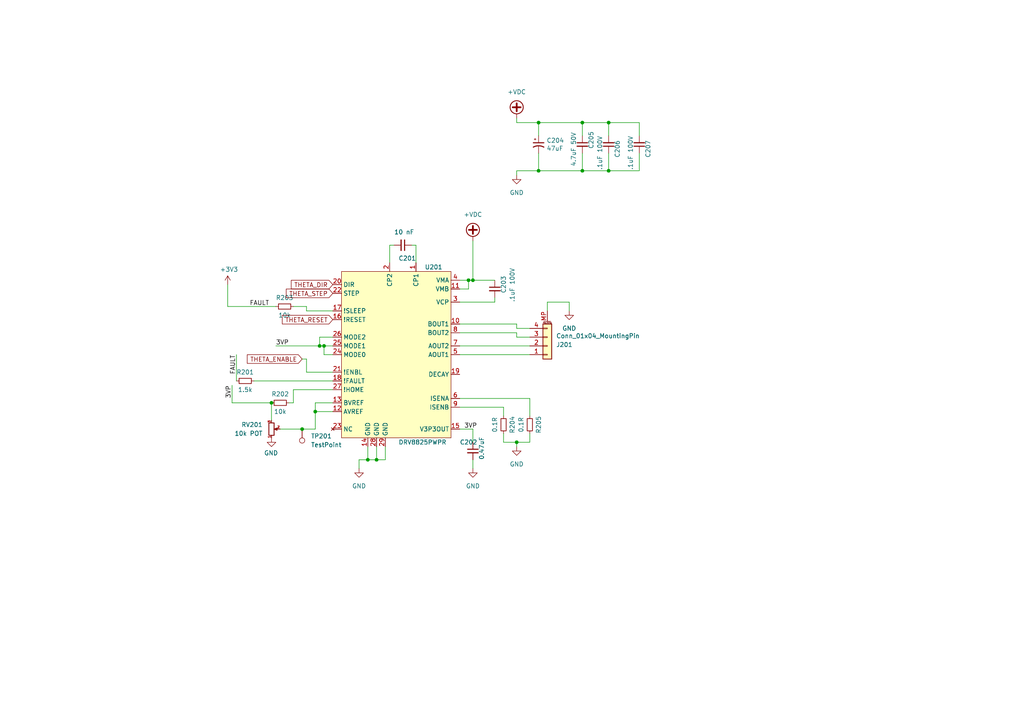
<source format=kicad_sch>
(kicad_sch (version 20250114) (generator "eeschema") (generator_version "9.0")
  (paper "A4")
  (lib_symbols
    (symbol "Connector:TestPoint" (pin_numbers (hide yes)) (pin_names (offset 0.762) (hide yes))
      (property "Reference" "TP" (at 0 6.858 0))
      (property "Value" "TestPoint" (at 0 5.08 0))
      (symbol "TestPoint_0_1"
        (circle (center 0 3.302) (radius 0.762))
      )
      (symbol "TestPoint_1_1"
        (pin passive line (at 0 0 90) (length 2.54) (name "1") (number "1"))
      )
    )
    (symbol "Connector_Generic_MountingPin:Conn_01x04_MountingPin" (pin_names (offset 1.016) (hide yes))
      (property "Reference" "J" (at 0 5.08 0))
      (property "Value" "Conn_01x04_MountingPin" (at 1.27 -7.62 0))
      (symbol "Conn_01x04_MountingPin_1_1"
        (rectangle (start -1.27 3.81) (end 1.27 -6.35) (stroke (width 0.254)) (fill (type background)))
        (rectangle (start -1.27 2.667) (end 0 2.413) (stroke (width 0.1524)))
        (rectangle (start -1.27 0.127) (end 0 -0.127) (stroke (width 0.1524)))
        (rectangle (start -1.27 -2.413) (end 0 -2.667) (stroke (width 0.1524)))
        (rectangle (start -1.27 -4.953) (end 0 -5.207) (stroke (width 0.1524)))
        (polyline (pts (xy -1.016 -7.112) (xy 1.016 -7.112)) (stroke (width 0.1524)))
        (text "Mounting" (at 0 -6.731 0) (effects (font (size 0.381 0.381))))
        (pin passive line (at -5.08 2.54 0) (length 3.81) (name "Pin_1") (number "1"))
        (pin passive line (at -5.08 0 0) (length 3.81) (name "Pin_2") (number "2"))
        (pin passive line (at -5.08 -2.54 0) (length 3.81) (name "Pin_3") (number "3"))
        (pin passive line (at -5.08 -5.08 0) (length 3.81) (name "Pin_4") (number "4"))
        (pin passive line (at 0 -10.16 90) (length 3.048) (name "MountPin") (number "MP"))
      )
    )
    (symbol "Device:CP1_Small" (pin_numbers (hide yes)) (pin_names (offset 0.254) (hide yes))
      (property "Reference" "C" (at 0.254 1.778 0))
      (property "Value" "CP1_Small" (at 0.254 -2.032 0))
      (symbol "CP1_Small_0_1"
        (polyline (pts (xy -1.524 0.508) (xy 1.524 0.508)) (stroke (width 0.3048)))
        (polyline (pts (xy -1.27 1.524) (xy -0.762 1.524)))
        (polyline (pts (xy -1.016 1.27) (xy -1.016 1.778)))
        (arc (start -1.524 -0.762) (mid 0 -0.3734) (end 1.524 -0.762) (stroke (width 0.3048)))
      )
      (symbol "CP1_Small_1_1"
        (pin passive line (at 0 2.54 270) (length 2.032) (name "~") (number "1"))
        (pin passive line (at 0 -2.54 90) (length 2.032) (name "~") (number "2"))
      )
    )
    (symbol "Device:C_Small" (pin_numbers (hide yes)) (pin_names (offset 0.254) (hide yes))
      (property "Reference" "C" (at 0.254 1.778 0))
      (property "Value" "C_Small" (at 0.254 -2.032 0))
      (symbol "C_Small_0_1"
        (polyline (pts (xy -1.524 0.508) (xy 1.524 0.508)) (stroke (width 0.3048)))
        (polyline (pts (xy -1.524 -0.508) (xy 1.524 -0.508)) (stroke (width 0.3302)))
      )
      (symbol "C_Small_1_1"
        (pin passive line (at 0 2.54 270) (length 2.032) (name "~") (number "1"))
        (pin passive line (at 0 -2.54 90) (length 2.032) (name "~") (number "2"))
      )
    )
    (symbol "Device:R_POT_Small" (pin_names (offset 1.016) (hide yes))
      (property "Reference" "RV" (at -4.445 0 90))
      (property "Value" "R_POT_Small" (at -2.54 0 90))
      (symbol "R_POT_Small_0_1"
        (rectangle (start 0.762 1.8034) (end -0.762 -1.8034) (stroke (width 0.254)))
        (polyline (pts (xy 0.889 0) (xy 0.635 0) (xy 1.651 0.381) (xy 1.651 -0.381) (xy 0.635 0) (xy 0.889 0)) (fill (type outline)))
      )
      (symbol "R_POT_Small_1_1"
        (pin passive line (at 0 2.54 270) (length 0.635) (name "1") (number "1"))
        (pin passive line (at 0 -2.54 90) (length 0.635) (name "3") (number "3"))
        (pin passive line (at 2.54 0 180) (length 0.9906) (name "2") (number "2"))
      )
    )
    (symbol "Device:R_Small" (pin_numbers (hide yes)) (pin_names (offset 0.254) (hide yes))
      (property "Reference" "R" (at 0.762 0.508 0))
      (property "Value" "R_Small" (at 0.762 -1.016 0))
      (symbol "R_Small_0_1"
        (rectangle (start -0.762 1.778) (end 0.762 -1.778) (stroke (width 0.2032)))
      )
      (symbol "R_Small_1_1"
        (pin passive line (at 0 2.54 270) (length 0.762) (name "~") (number "1"))
        (pin passive line (at 0 -2.54 90) (length 0.762) (name "~") (number "2"))
      )
    )
    (symbol "Driver_Motor:DRV8825PWPR"
      (property "Reference" "U1" (at 7.62 21.59 0))
      (property "Value" "DRV8825PWPR" (at 0 -29.21 0))
      (symbol "DRV8825PWPR_0_0"
        (pin input line (at -19.05 16.51 0) (length 2.54) (name "DIR") (number "20"))
        (pin input line (at -19.05 13.97 0) (length 2.54) (name "STEP") (number "22"))
        (pin input line (at -19.05 8.89 0) (length 2.54) (name "!SLEEP") (number "17"))
        (pin input line (at -19.05 6.35 0) (length 2.54) (name "!RESET") (number "16"))
        (pin input line (at -19.05 1.27 0) (length 2.54) (name "MODE2") (number "26"))
        (pin input line (at -19.05 -1.27 0) (length 2.54) (name "MODE1") (number "25"))
        (pin input line (at -19.05 -3.81 0) (length 2.54) (name "MODE0") (number "24"))
        (pin input line (at -19.05 -8.89 0) (length 2.54) (name "!ENBL") (number "21"))
        (pin input line (at -19.05 -11.43 0) (length 2.54) (name "!FAULT") (number "18"))
        (pin input line (at -19.05 -13.97 0) (length 2.54) (name "!HOME") (number "27"))
        (pin input line (at -19.05 -17.78 0) (length 2.54) (name "BVREF") (number "13"))
        (pin input line (at -19.05 -20.32 0) (length 2.54) (name "AVREF") (number "12"))
        (pin no_connect line (at -19.05 -25.4 0) (length 2.54) (name "NC") (number "23"))
        (pin input line (at -8.89 -30.48 90) (length 2.54) (name "GND") (number "14"))
        (pin input line (at -6.35 -30.48 90) (length 2.54) (name "GND") (number "28"))
        (pin input line (at -3.81 -30.48 90) (length 2.54) (name "GND") (number "29"))
        (pin passive line (at -2.54 22.86 270) (length 2.54) (name "CP2") (number "2"))
        (pin passive line (at 5.08 22.86 270) (length 2.54) (name "CP1") (number "1"))
        (pin power_in line (at 17.78 17.78 180) (length 2.54) (name "VMA") (number "4"))
        (pin power_in line (at 17.78 15.24 180) (length 2.54) (name "VMB") (number "11"))
        (pin power_in line (at 17.78 11.43 180) (length 2.54) (name "VCP") (number "3"))
        (pin output line (at 17.78 5.08 180) (length 2.54) (name "BOUT1") (number "10"))
        (pin output line (at 17.78 2.54 180) (length 2.54) (name "BOUT2") (number "8"))
        (pin output line (at 17.78 -1.27 180) (length 2.54) (name "AOUT2") (number "7"))
        (pin output line (at 17.78 -3.81 180) (length 2.54) (name "AOUT1") (number "5"))
        (pin input line (at 17.78 -9.525 180) (length 2.54) (name "DECAY") (number "19"))
        (pin input line (at 17.78 -16.51 180) (length 2.54) (name "ISENA") (number "6"))
        (pin input line (at 17.78 -19.05 180) (length 2.54) (name "ISENB") (number "9"))
        (pin input line (at 17.78 -25.4 180) (length 2.54) (name "V3P3OUT") (number "15"))
      )
      (symbol "DRV8825PWPR_0_1"
        (rectangle (start -16.51 20.32) (end 15.24 -27.94) (fill (type background)))
      )
    )
    (symbol "power:+3.3V" (power) (pin_names (offset 0))
      (property "Value" "+3.3V" (at 0 3.556 0))
      (symbol "+3.3V_0_1"
        (polyline (pts (xy -0.762 1.27) (xy 0 2.54)))
        (polyline (pts (xy 0 2.54) (xy 0.762 1.27)))
        (polyline (pts (xy 0 0) (xy 0 2.54)))
      )
      (symbol "+3.3V_1_1"
        (pin power_in line (at 0 0 90) (length 0) (hide yes) (name "+3V3") (number "1"))
      )
    )
    (symbol "power:+VDC" (power) (pin_names (offset 0))
      (property "Value" "+VDC" (at 0 6.35 0))
      (symbol "+VDC_0_1"
        (polyline (pts (xy -1.143 3.175) (xy 1.143 3.175)) (stroke (width 0.508)))
        (circle (center 0 3.175) (radius 1.905) (stroke (width 0.254)))
        (polyline (pts (xy 0 2.032) (xy 0 4.318)) (stroke (width 0.508)))
        (polyline (pts (xy 0 0) (xy 0 1.27)))
      )
      (symbol "+VDC_1_1"
        (pin power_in line (at 0 0 90) (length 0) (hide yes) (name "+VDC") (number "1"))
      )
    )
    (symbol "power:GND" (power) (pin_names (offset 0))
      (property "Value" "GND" (at 0 -3.81 0))
      (symbol "GND_0_1"
        (polyline (pts (xy 0 0) (xy 0 -1.27) (xy 1.27 -1.27) (xy 0 -2.54) (xy -1.27 -1.27) (xy 0 -1.27)))
      )
      (symbol "GND_1_1"
        (pin power_in line (at 0 0 270) (length 0) (hide yes) (name "GND") (number "1"))
      )
    )
  )
  (junction (at 168.91 49.53))
  (junction (at 91.44 119.38))
  (junction (at 156.21 49.53))
  (junction (at 93.98 100.33))
  (junction (at 137.16 81.28))
  (junction (at 156.21 35.56))
  (junction (at 92.71 100.33))
  (junction (at 87.63 124.46))
  (junction (at 176.53 49.53))
  (junction (at 106.68 133.35))
  (junction (at 168.91 35.56))
  (junction (at 109.22 133.35))
  (junction (at 149.86 128.27))
  (junction (at 78.74 116.84))
  (junction (at 135.89 81.28))
  (junction (at 176.53 35.56))
  (wire (pts (xy 96.52 102.87) (xy 93.98 102.87)))
  (wire (pts (xy 66.04 88.9) (xy 80.01 88.9)))
  (wire (pts (xy 168.91 35.56) (xy 168.91 39.37)))
  (wire (pts (xy 149.86 34.29) (xy 149.86 35.56)))
  (wire (pts (xy 88.9 104.14) (xy 87.63 104.14)))
  (wire (pts (xy 88.9 107.95) (xy 88.9 104.14)))
  (wire (pts (xy 156.21 35.56) (xy 156.21 39.37)))
  (wire (pts (xy 68.58 102.87) (xy 68.58 110.49)))
  (wire (pts (xy 92.71 100.33) (xy 93.98 100.33)))
  (wire (pts (xy 88.9 88.9) (xy 85.09 88.9)))
  (wire (pts (xy 91.44 119.38) (xy 96.52 119.38)))
  (wire (pts (xy 120.65 71.12) (xy 119.38 71.12)))
  (wire (pts (xy 168.91 35.56) (xy 176.53 35.56)))
  (wire (pts (xy 153.67 128.27) (xy 153.67 125.73)))
  (wire (pts (xy 149.86 95.25) (xy 153.67 95.25)))
  (wire (pts (xy 149.86 50.8) (xy 149.86 49.53)))
  (wire (pts (xy 143.51 86.36) (xy 143.51 87.63)))
  (wire (pts (xy 111.76 129.54) (xy 111.76 133.35)))
  (wire (pts (xy 81.28 124.46) (xy 87.63 124.46)))
  (wire (pts (xy 85.09 113.03) (xy 85.09 116.84)))
  (wire (pts (xy 120.65 76.2) (xy 120.65 71.12)))
  (wire (pts (xy 133.35 115.57) (xy 153.67 115.57)))
  (wire (pts (xy 91.44 119.38) (xy 91.44 124.46)))
  (wire (pts (xy 156.21 44.45) (xy 156.21 49.53)))
  (wire (pts (xy 91.44 116.84) (xy 91.44 119.38)))
  (wire (pts (xy 137.16 69.85) (xy 137.16 81.28)))
  (wire (pts (xy 66.04 88.9) (xy 66.04 82.55)))
  (wire (pts (xy 85.09 116.84) (xy 83.82 116.84)))
  (wire (pts (xy 135.89 81.28) (xy 133.35 81.28)))
  (wire (pts (xy 176.53 44.45) (xy 176.53 49.53)))
  (wire (pts (xy 106.68 129.54) (xy 106.68 133.35)))
  (wire (pts (xy 106.68 133.35) (xy 104.14 133.35)))
  (wire (pts (xy 176.53 49.53) (xy 185.42 49.53)))
  (wire (pts (xy 96.52 97.79) (xy 92.71 97.79)))
  (wire (pts (xy 113.03 76.2) (xy 113.03 71.12)))
  (wire (pts (xy 158.75 90.17) (xy 158.75 87.63)))
  (wire (pts (xy 137.16 81.28) (xy 135.89 81.28)))
  (wire (pts (xy 185.42 49.53) (xy 185.42 44.45)))
  (wire (pts (xy 146.05 125.73) (xy 146.05 128.27)))
  (wire (pts (xy 85.09 113.03) (xy 96.52 113.03)))
  (wire (pts (xy 109.22 129.54) (xy 109.22 133.35)))
  (wire (pts (xy 111.76 133.35) (xy 109.22 133.35)))
  (wire (pts (xy 133.35 83.82) (xy 135.89 83.82)))
  (wire (pts (xy 168.91 49.53) (xy 176.53 49.53)))
  (wire (pts (xy 78.74 116.84) (xy 78.74 121.92)))
  (wire (pts (xy 87.63 124.46) (xy 91.44 124.46)))
  (wire (pts (xy 176.53 35.56) (xy 185.42 35.56)))
  (wire (pts (xy 80.01 100.33) (xy 92.71 100.33)))
  (wire (pts (xy 143.51 87.63) (xy 133.35 87.63)))
  (wire (pts (xy 133.35 100.33) (xy 153.67 100.33)))
  (wire (pts (xy 149.86 128.27) (xy 153.67 128.27)))
  (wire (pts (xy 73.66 110.49) (xy 96.52 110.49)))
  (wire (pts (xy 165.1 87.63) (xy 165.1 90.17)))
  (wire (pts (xy 149.86 35.56) (xy 156.21 35.56)))
  (wire (pts (xy 149.86 97.79) (xy 153.67 97.79)))
  (wire (pts (xy 93.98 102.87) (xy 93.98 100.33)))
  (wire (pts (xy 135.89 83.82) (xy 135.89 81.28)))
  (wire (pts (xy 137.16 124.46) (xy 137.16 128.27)))
  (wire (pts (xy 133.35 124.46) (xy 137.16 124.46)))
  (wire (pts (xy 133.35 93.98) (xy 149.86 93.98)))
  (wire (pts (xy 185.42 35.56) (xy 185.42 39.37)))
  (wire (pts (xy 146.05 128.27) (xy 149.86 128.27)))
  (wire (pts (xy 149.86 96.52) (xy 149.86 97.79)))
  (wire (pts (xy 104.14 133.35) (xy 104.14 135.89)))
  (wire (pts (xy 96.52 116.84) (xy 91.44 116.84)))
  (wire (pts (xy 149.86 93.98) (xy 149.86 95.25)))
  (wire (pts (xy 92.71 97.79) (xy 92.71 100.33)))
  (wire (pts (xy 133.35 96.52) (xy 149.86 96.52)))
  (wire (pts (xy 109.22 133.35) (xy 106.68 133.35)))
  (wire (pts (xy 133.35 102.87) (xy 153.67 102.87)))
  (wire (pts (xy 158.75 87.63) (xy 165.1 87.63)))
  (wire (pts (xy 67.31 111.76) (xy 67.31 116.84)))
  (wire (pts (xy 93.98 100.33) (xy 96.52 100.33)))
  (wire (pts (xy 156.21 35.56) (xy 168.91 35.56)))
  (wire (pts (xy 88.9 90.17) (xy 88.9 88.9)))
  (wire (pts (xy 137.16 133.35) (xy 137.16 135.89)))
  (wire (pts (xy 156.21 49.53) (xy 168.91 49.53)))
  (wire (pts (xy 96.52 90.17) (xy 88.9 90.17)))
  (wire (pts (xy 67.31 116.84) (xy 78.74 116.84)))
  (wire (pts (xy 149.86 128.27) (xy 149.86 129.54)))
  (wire (pts (xy 113.03 71.12) (xy 114.3 71.12)))
  (wire (pts (xy 168.91 44.45) (xy 168.91 49.53)))
  (wire (pts (xy 96.52 107.95) (xy 88.9 107.95)))
  (wire (pts (xy 149.86 49.53) (xy 156.21 49.53)))
  (wire (pts (xy 133.35 118.11) (xy 146.05 118.11)))
  (wire (pts (xy 176.53 35.56) (xy 176.53 39.37)))
  (wire (pts (xy 143.51 81.28) (xy 137.16 81.28)))
  (wire (pts (xy 146.05 118.11) (xy 146.05 120.65)))
  (wire (pts (xy 153.67 115.57) (xy 153.67 120.65)))
  (label "3VP" (at 67.31 111.76 270))
  (label "FAULT" (at 68.58 102.87 270))
  (label "3VP" (at 80.01 100.33 0))
  (label "FAULT" (at 72.39 88.9 0))
  (label "3VP" (at 134.62 124.46 0))
  (global_label "THETA_RESET" (shape input) (at 96.52 92.71 180) (property "Intersheetrefs" "${INTERSHEET_REFS}" (effects (hide yes))))
  (global_label "THETA_STEP" (shape input) (at 96.52 85.09 180) (property "Intersheetrefs" "${INTERSHEET_REFS}" (effects (hide yes))))
  (global_label "THETA_DIR" (shape input) (at 96.52 82.55 180) (property "Intersheetrefs" "${INTERSHEET_REFS}" (effects (hide yes))))
  (global_label "THETA_ENABLE" (shape input) (at 87.63 104.14 180) (property "Intersheetrefs" "${INTERSHEET_REFS}" (effects (hide yes))))
  (symbol (lib_id "Device:R_Small") (at 153.67 123.19 180) (unit 1)
    (property "Reference" "R205" (at 156.21 123.19 90))
    (property "Value" "0.1R" (at 151.13 123.19 90))
    (property "Footprint" "Resistor_SMD:R_0805_2012Metric" (effects (hide yes)))
  )
  (symbol (lib_id "Device:R_Small") (at 81.28 116.84 270) (unit 1)
    (property "Reference" "R202" (at 81.28 114.3 90))
    (property "Value" "10k" (at 81.28 119.38 90))
    (property "Footprint" "Resistor_SMD:R_0603_1608Metric" (effects (hide yes)))
  )
  (symbol (lib_id "power:GND") (at 149.86 129.54 0) (unit 1)
    (property "Reference" "#PWR0208" (effects (hide yes)))
    (property "Value" "GND" (at 149.86 134.62 0))
  )
  (symbol (lib_id "Device:C_Small") (at 176.53 41.91 180) (unit 1)
    (property "Reference" "C206" (at 179.07 40.64 90) (effects (justify left)))
    (property "Value" ".1uF 100V" (at 173.99 39.37 90) (effects (justify left)))
    (property "Footprint" "Capacitor_SMD:C_0805_2012Metric" (effects (hide yes)))
  )
  (symbol (lib_id "Driver_Motor:DRV8825PWPR") (at 115.57 99.06 0) (unit 1)
    (property "Reference" "U201" (at 123.19 77.47 0) (effects (justify left)))
    (property "Value" "DRV8825PWPR" (at 115.57 128.27 0) (effects (justify left)))
    (property "Footprint" "Package_SO:HTSSOP-28-1EP_4.4x9.7mm_P0.65mm_EP3.4x9.5mm_ThermalVias" (effects (hide yes)))
  )
  (symbol (lib_id "power:GND") (at 149.86 50.8 0) (unit 1)
    (property "Reference" "#PWR0207" (effects (hide yes)))
    (property "Value" "GND" (at 149.86 55.88 0))
  )
  (symbol (lib_id "Device:C_Small") (at 116.84 71.12 270) (unit 1)
    (property "Reference" "C201" (at 115.57 74.93 90) (effects (justify left)))
    (property "Value" "10 nF" (at 114.3 67.31 90) (effects (justify left)))
    (property "Footprint" "Capacitor_SMD:C_0603_1608Metric" (effects (hide yes)))
  )
  (symbol (lib_id "Connector_Generic_MountingPin:Conn_01x04_MountingPin") (at 158.75 100.33 0) (mirror x) (unit 1)
    (property "Reference" "J201" (at 161.29 99.9744 0) (effects (justify left)))
    (property "Value" "Conn_01x04_MountingPin" (at 161.29 97.4344 0) (effects (justify left)))
    (property "Footprint" "Connector_JST:JST_PH_B4B-PH-SM4-TB_1x04-1MP_P2.00mm_Vertical" (effects (hide yes)))
  )
  (symbol (lib_id "power:+3.3V") (at 66.04 82.55 0) (unit 1)
    (property "Reference" "#PWR0201" (effects (hide yes)))
    (property "Value" "+3V3" (at 66.421 78.1558 0))
  )
  (symbol (lib_id "Device:C_Small") (at 143.51 83.82 0) (unit 1)
    (property "Reference" "C203" (at 146.05 85.09 90) (effects (justify left)))
    (property "Value" ".1uF 100V" (at 148.59 87.63 90) (effects (justify left)))
    (property "Footprint" "Capacitor_SMD:C_0805_2012Metric" (effects (hide yes)))
  )
  (symbol (lib_id "Connector:TestPoint") (at 87.63 124.46 180) (unit 1)
    (property "Reference" "TP201" (at 90.17 126.4919 0) (effects (justify right)))
    (property "Value" "TestPoint" (at 90.17 129.0319 0) (effects (justify right)))
    (property "Footprint" "TestPoint:TestPoint_THTPad_D1.0mm_Drill0.5mm" (effects (hide yes)))
  )
  (symbol (lib_id "Device:C_Small") (at 185.42 41.91 180) (unit 1)
    (property "Reference" "C207" (at 187.96 40.64 90) (effects (justify left)))
    (property "Value" ".1uF 100V" (at 182.88 39.37 90) (effects (justify left)))
    (property "Footprint" "Capacitor_SMD:C_0805_2012Metric" (effects (hide yes)))
  )
  (symbol (lib_id "Device:C_Small") (at 137.16 130.81 0) (unit 1)
    (property "Reference" "C202" (at 133.35 128.27 0) (effects (justify left)))
    (property "Value" "0.47uF" (at 139.7 133.35 90) (effects (justify left)))
    (property "Footprint" "Capacitor_SMD:C_0603_1608Metric" (effects (hide yes)))
  )
  (symbol (lib_id "Device:R_Small") (at 82.55 88.9 270) (unit 1)
    (property "Reference" "R203" (at 82.55 86.36 90))
    (property "Value" "10k" (at 82.55 91.44 90))
    (property "Footprint" "Resistor_SMD:R_0603_1608Metric" (effects (hide yes)))
  )
  (symbol (lib_id "power:GND") (at 104.14 135.89 0) (unit 1)
    (property "Reference" "#PWR0203" (effects (hide yes)))
    (property "Value" "GND" (at 104.14 140.97 0))
  )
  (symbol (lib_id "power:GND") (at 165.1 90.17 0) (unit 1)
    (property "Reference" "#PWR0209" (effects (hide yes)))
    (property "Value" "GND" (at 165.1 95.25 0))
  )
  (symbol (lib_id "power:+VDC") (at 137.16 69.85 0) (unit 1)
    (property "Reference" "#PWR0204" (effects (hide yes)))
    (property "Value" "+VDC" (at 137.16 62.23 0))
  )
  (symbol (lib_id "Device:CP1_Small") (at 156.21 41.91 0) (unit 1)
    (property "Reference" "C204" (at 158.5214 40.7416 0) (effects (justify left)))
    (property "Value" "47uF" (at 158.5214 43.053 0) (effects (justify left)))
    (property "Footprint" "Capacitor_SMD:CP_Elec_6.3x7.7" (effects (hide yes)))
  )
  (symbol (lib_id "power:+VDC") (at 149.86 34.29 0) (unit 1)
    (property "Reference" "#PWR0206" (effects (hide yes)))
    (property "Value" "+VDC" (at 149.86 26.67 0))
  )
  (symbol (lib_id "Device:R_Small") (at 146.05 123.19 180) (unit 1)
    (property "Reference" "R204" (at 148.59 123.19 90))
    (property "Value" "0.1R" (at 143.51 123.19 90))
    (property "Footprint" "Resistor_SMD:R_0805_2012Metric" (effects (hide yes)))
  )
  (symbol (lib_id "Device:R_POT_Small") (at 78.74 124.46 0) (mirror x) (unit 1)
    (property "Reference" "RV201" (at 76.2 123.19 0) (effects (justify right)))
    (property "Value" "10k POT" (at 76.2 125.73 0) (effects (justify right)))
    (property "Footprint" "Potentiometer_SMD:Potentiometer_Bourns_TC33X_Vertical" (effects (hide yes)))
  )
  (symbol (lib_id "power:GND") (at 78.74 127 0) (mirror y) (unit 1)
    (property "Reference" "#PWR0202" (effects (hide yes)))
    (property "Value" "GND" (at 78.613 131.3942 0))
  )
  (symbol (lib_id "Device:C_Small") (at 168.91 41.91 0) (unit 1)
    (property "Reference" "C205" (at 171.45 43.18 90) (effects (justify left)))
    (property "Value" "4.7uF 50V" (at 166.37 48.26 90) (effects (justify left)))
    (property "Footprint" "Capacitor_SMD:C_0805_2012Metric" (effects (hide yes)))
  )
  (symbol (lib_id "Device:R_Small") (at 71.12 110.49 270) (unit 1)
    (property "Reference" "R201" (at 71.12 107.95 90))
    (property "Value" "1.5k" (at 71.12 113.03 90))
    (property "Footprint" "Resistor_SMD:R_0603_1608Metric" (effects (hide yes)))
  )
  (symbol (lib_id "power:GND") (at 137.16 135.89 0) (unit 1)
    (property "Reference" "#PWR0205" (effects (hide yes)))
    (property "Value" "GND" (at 137.16 140.97 0))
  )
)
</source>
